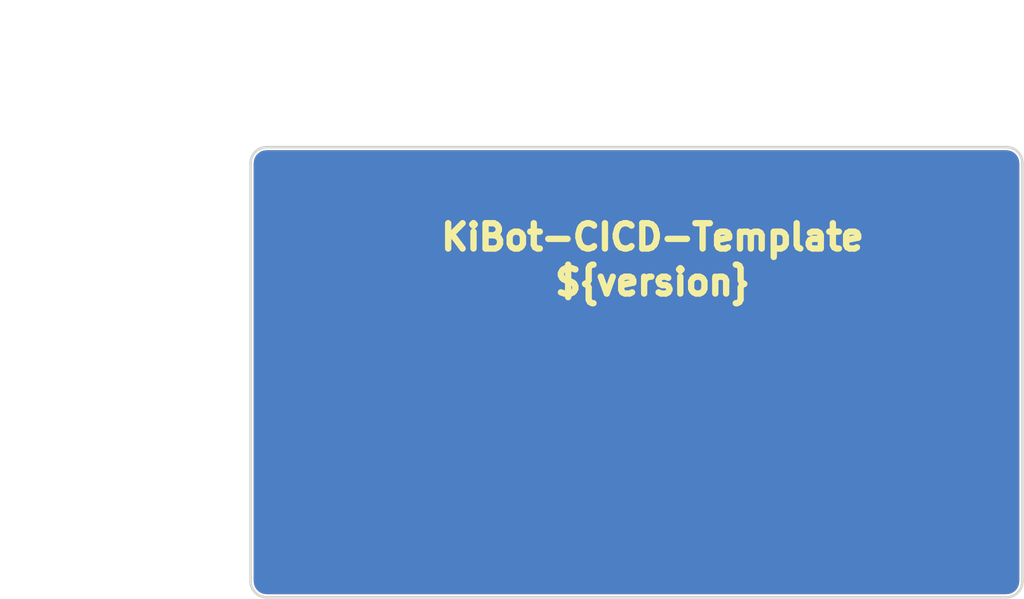
<source format=kicad_pcb>
(kicad_pcb (version 20211014) (generator pcbnew)

  (general
    (thickness 1.6)
  )

  (paper "A4")
  (title_block
    (title "KiBot-CICD-Template")
    (date "${date}")
    (rev "${version}")
    (company "Bootstrap Ltd")
    (comment 4 "CERN Open Hardware Licence v2.0")
  )

  (layers
    (0 "F.Cu" mixed)
    (31 "B.Cu" mixed)
    (32 "B.Adhes" user "B.Adhesive")
    (33 "F.Adhes" user "F.Adhesive")
    (34 "B.Paste" user)
    (35 "F.Paste" user)
    (36 "B.SilkS" user "B.Silkscreen")
    (37 "F.SilkS" user "F.Silkscreen")
    (38 "B.Mask" user)
    (39 "F.Mask" user)
    (40 "Dwgs.User" user "User.Drawings")
    (41 "Cmts.User" user "User.Comments")
    (42 "Eco1.User" user "User.Eco1")
    (43 "Eco2.User" user "User.Eco2")
    (44 "Edge.Cuts" user)
    (45 "Margin" user)
    (46 "B.CrtYd" user "B.Courtyard")
    (47 "F.CrtYd" user "F.Courtyard")
    (48 "B.Fab" user)
    (49 "F.Fab" user)
    (50 "User.1" user)
    (51 "User.2" user)
    (52 "User.3" user)
    (53 "User.4" user)
    (54 "User.5" user)
    (55 "User.6" user)
    (56 "User.7" user)
    (57 "User.8" user)
    (58 "User.9" user)
  )

  (setup
    (stackup
      (layer "F.SilkS" (type "Top Silk Screen") (color "White"))
      (layer "F.Paste" (type "Top Solder Paste"))
      (layer "F.Mask" (type "Top Solder Mask") (color "Green") (thickness 0.01))
      (layer "F.Cu" (type "copper") (thickness 0.035))
      (layer "dielectric 1" (type "core") (thickness 1.51) (material "FR4") (epsilon_r 4.5) (loss_tangent 0.02))
      (layer "B.Cu" (type "copper") (thickness 0.035))
      (layer "B.Mask" (type "Bottom Solder Mask") (color "Green") (thickness 0.01))
      (layer "B.Paste" (type "Bottom Solder Paste"))
      (layer "B.SilkS" (type "Bottom Silk Screen") (color "White"))
      (copper_finish "ENIG")
      (dielectric_constraints no)
    )
    (pad_to_mask_clearance 0.05)
    (solder_mask_min_width 0.254)
    (aux_axis_origin 137.16 104.14)
    (grid_origin 137.16 104.14)
    (pcbplotparams
      (layerselection 0x00010fc_ffffffff)
      (disableapertmacros false)
      (usegerberextensions false)
      (usegerberattributes false)
      (usegerberadvancedattributes false)
      (creategerberjobfile false)
      (svguseinch false)
      (svgprecision 6)
      (excludeedgelayer true)
      (plotframeref false)
      (viasonmask false)
      (mode 1)
      (useauxorigin false)
      (hpglpennumber 1)
      (hpglpenspeed 20)
      (hpglpendiameter 15.000000)
      (dxfpolygonmode true)
      (dxfimperialunits true)
      (dxfusepcbnewfont true)
      (psnegative false)
      (psa4output false)
      (plotreference true)
      (plotvalue true)
      (plotinvisibletext false)
      (sketchpadsonfab false)
      (subtractmaskfromsilk false)
      (outputformat 1)
      (mirror false)
      (drillshape 0)
      (scaleselection 1)
      (outputdirectory "gerbers")
    )
  )

  (property "Variable" "")

  (net 0 "")

  (gr_arc (start 137.794999 104.139999) (mid 137.609012 104.589012) (end 137.159999 104.774999) (layer "Edge.Cuts") (width 0.1) (tstamp 00000000-0000-0000-0000-00005e4043c3))
  (gr_arc (start 137.159999 86.994999) (mid 137.609012 87.180986) (end 137.794999 87.629999) (layer "Edge.Cuts") (width 0.1) (tstamp 00000000-0000-0000-0000-00005e4043c6))
  (gr_arc (start 107.314999 87.629999) (mid 107.500986 87.180986) (end 107.949999 86.994999) (layer "Edge.Cuts") (width 0.1) (tstamp 00000000-0000-0000-0000-00005e4043c9))
  (gr_line (start 137.794999 104.139999) (end 137.794999 87.629999) (layer "Edge.Cuts") (width 0.1) (tstamp 00000000-0000-0000-0000-00005e4046f6))
  (gr_line (start 107.314999 87.629999) (end 107.314999 104.139999) (layer "Edge.Cuts") (width 0.1) (tstamp 00000000-0000-0000-0000-00005e404768))
  (gr_arc (start 107.949999 104.774999) (mid 107.500986 104.589012) (end 107.314999 104.139999) (layer "Edge.Cuts") (width 0.1) (tstamp 00000000-0000-0000-0000-00005e4048f9))
  (gr_line (start 137.159999 104.774999) (end 107.949999 104.774999) (layer "Edge.Cuts") (width 0.1) (tstamp 00000000-0000-0000-0000-00005e750007))
  (gr_line (start 107.949999 86.994999) (end 137.159999 86.994999) (layer "Edge.Cuts") (width 0.1) (tstamp 00000000-0000-0000-0000-00005e750586))
  (gr_text "${version}" (at 123.189999 92.328999) (layer "F.SilkS") (tstamp 00000000-0000-0000-0000-0000604c9ab3)
    (effects (font (size 1 1) (thickness 0.25)))
  )
  (gr_text "KiBot-CICD-Template" (at 123.189999 90.550999) (layer "F.SilkS") (tstamp 00000000-0000-0000-0000-000061a68596)
    (effects (font (size 1 1) (thickness 0.25)))
  )
  (dimension (type aligned) (layer "Dwgs.User") (tstamp 97fe2a5c-4eee-4c7a-9c43-47749b396494)
    (pts (xy 108.584999 86.994999) (xy 108.584999 104.774999))
    (height 5.08)
    (gr_text "17.7800 mm" (at 102.354999 95.884999 90) (layer "Dwgs.User") (tstamp 97fe2a5c-4eee-4c7a-9c43-47749b396494)
      (effects (font (size 1 1) (thickness 0.15)))
    )
    (format (units 2) (units_format 1) (precision 4))
    (style (thickness 0.15) (arrow_length 1.27) (text_position_mode 0) (extension_height 0.58642) (extension_offset 0) keep_text_aligned)
  )
  (dimension (type aligned) (layer "Dwgs.User") (tstamp c3c499b1-9227-4e4b-9982-f9f1aa6203b9)
    (pts (xy 107.314999 88.264999) (xy 137.794999 88.264999))
    (height -5.08)
    (gr_text "30.4800 mm" (at 122.554999 82.034999) (layer "Dwgs.User") (tstamp c3c499b1-9227-4e4b-9982-f9f1aa6203b9)
      (effects (font (size 1 1) (thickness 0.15)))
    )
    (format (units 2) (units_format 1) (precision 4))
    (style (thickness 0.15) (arrow_length 1.27) (text_position_mode 0) (extension_height 0.58642) (extension_offset 0) keep_text_aligned)
  )

  (zone (net 0) (net_name "") (layer "F.Cu") (tstamp 00000000-0000-0000-0000-0000604fd022) (hatch edge 0.508)
    (connect_pads (clearance 0.125))
    (min_thickness 0.125) (filled_areas_thickness no)
    (fill yes (thermal_gap 0.2) (thermal_bridge_width 0.3))
    (polygon
      (pts
        (xy 107.314999 86.994999)
        (xy 107.314999 104.774999)
        (xy 137.794999 104.774999)
        (xy 137.794999 86.994999)
      )
    )
    (filled_polygon
      (layer "F.Cu")
      (island)
      (pts
        (xy 137.151362 87.122095)
        (xy 137.152176 87.122313)
        (xy 137.152177 87.122313)
        (xy 137.159999 87.124409)
        (xy 137.16782 87.122313)
        (xy 137.175919 87.122313)
        (xy 137.175919 87.123152)
        (xy 137.18315 87.122607)
        (xy 137.260062 87.131274)
        (xy 137.266598 87.13201)
        (xy 137.280024 87.135074)
        (xy 137.374738 87.168216)
        (xy 137.387146 87.174191)
        (xy 137.472113 87.227579)
        (xy 137.48288 87.236166)
        (xy 137.553832 87.307118)
        (xy 137.562419 87.317885)
        (xy 137.615807 87.402852)
        (xy 137.621782 87.41526)
        (xy 137.654924 87.509974)
        (xy 137.657988 87.5234)
        (xy 137.667391 87.606847)
        (xy 137.666846 87.614079)
        (xy 137.667685 87.614079)
        (xy 137.667685 87.622178)
        (xy 137.665589 87.629999)
        (xy 137.667685 87.637821)
        (xy 137.667685 87.637822)
        (xy 137.667903 87.638636)
        (xy 137.669999 87.654553)
        (xy 137.669999 104.115445)
        (xy 137.667903 104.131362)
        (xy 137.665589 104.139999)
        (xy 137.667685 104.14782)
        (xy 137.667685 104.155919)
        (xy 137.666846 104.155919)
        (xy 137.667391 104.163151)
        (xy 137.657988 104.246598)
        (xy 137.654924 104.260024)
        (xy 137.621782 104.354738)
        (xy 137.615807 104.367146)
        (xy 137.562419 104.452113)
        (xy 137.553832 104.46288)
        (xy 137.48288 104.533832)
        (xy 137.472113 104.542419)
        (xy 137.387146 104.595807)
        (xy 137.374738 104.601782)
        (xy 137.280024 104.634924)
        (xy 137.266598 104.637988)
        (xy 137.18315 104.647391)
        (xy 137.175919 104.646846)
        (xy 137.175919 104.647685)
        (xy 137.16782 104.647685)
        (xy 137.159999 104.645589)
        (xy 137.152177 104.647685)
        (xy 137.152176 104.647685)
        (xy 137.151362 104.647903)
        (xy 137.135445 104.649999)
        (xy 107.974553 104.649999)
        (xy 107.958636 104.647903)
        (xy 107.957822 104.647685)
        (xy 107.957821 104.647685)
        (xy 107.949999 104.645589)
        (xy 107.942178 104.647685)
        (xy 107.934079 104.647685)
        (xy 107.934079 104.646846)
        (xy 107.926848 104.647391)
        (xy 107.8434 104.637988)
        (xy 107.829974 104.634924)
        (xy 107.73526 104.601782)
        (xy 107.722852 104.595807)
        (xy 107.637885 104.542419)
        (xy 107.627118 104.533832)
        (xy 107.556166 104.46288)
        (xy 107.547579 104.452113)
        (xy 107.494191 104.367146)
        (xy 107.488216 104.354738)
        (xy 107.455074 104.260024)
        (xy 107.45201 104.246598)
        (xy 107.442607 104.163151)
        (xy 107.443152 104.155919)
        (xy 107.442313 104.155919)
        (xy 107.442313 104.14782)
        (xy 107.444409 104.139999)
        (xy 107.442095 104.131362)
        (xy 107.439999 104.115445)
        (xy 107.439999 87.654553)
        (xy 107.442095 87.638636)
        (xy 107.442313 87.637822)
        (xy 107.442313 87.637821)
        (xy 107.444409 87.629999)
        (xy 107.442313 87.622178)
        (xy 107.442313 87.614079)
        (xy 107.443152 87.614079)
        (xy 107.442607 87.606847)
        (xy 107.45201 87.5234)
        (xy 107.455074 87.509974)
        (xy 107.488216 87.41526)
        (xy 107.494191 87.402852)
        (xy 107.547579 87.317885)
        (xy 107.556166 87.307118)
        (xy 107.627118 87.236166)
        (xy 107.637885 87.227579)
        (xy 107.722852 87.174191)
        (xy 107.73526 87.168216)
        (xy 107.829974 87.135074)
        (xy 107.8434 87.13201)
        (xy 107.849936 87.131274)
        (xy 107.926848 87.122607)
        (xy 107.934079 87.123152)
        (xy 107.934079 87.122313)
        (xy 107.942178 87.122313)
        (xy 107.949999 87.124409)
        (xy 107.957821 87.122313)
        (xy 107.957822 87.122313)
        (xy 107.958636 87.122095)
        (xy 107.974553 87.119999)
        (xy 137.135445 87.119999)
      )
    )
  )
  (zone (net 0) (net_name "") (layer "In1.Cu") (tstamp 443bc73a-8dc0-4e2f-a292-a5eff00efa5b) (hatch edge 0.508)
    (connect_pads (clearance 0.125))
    (min_thickness 0.254) (filled_areas_thickness no)
    (fill yes (thermal_gap 0.508) (thermal_bridge_width 0.508))
    (polygon
      (pts
        (xy 107.314999 86.994999)
        (xy 137.794999 86.994999)
        (xy 137.794999 104.774999)
        (xy 107.314999 104.774999)
      )
    )
    (filled_polygon
      (layer "In1.Cu")
      (island)
      (pts
        (xy 137.127835 87.120115)
        (xy 137.143974 87.120115)
        (xy 137.159999 87.124409)
        (xy 137.16635 87.122707)
        (xy 137.171265 87.12415)
        (xy 137.171586 87.121304)
        (xy 137.196843 87.12415)
        (xy 137.259381 87.131197)
        (xy 137.286887 87.137476)
        (xy 137.367879 87.165816)
        (xy 137.3933 87.178058)
        (xy 137.46596 87.223713)
        (xy 137.488019 87.241305)
        (xy 137.548693 87.301979)
        (xy 137.566285 87.324038)
        (xy 137.61194 87.396698)
        (xy 137.624182 87.422119)
        (xy 137.652522 87.503111)
        (xy 137.658801 87.530617)
        (xy 137.668694 87.618412)
        (xy 137.666063 87.618708)
        (xy 137.667361 87.623387)
        (xy 137.665589 87.629999)
        (xy 137.669883 87.646024)
        (xy 137.669883 87.662163)
        (xy 137.669999 87.663044)
        (xy 137.669999 104.106954)
        (xy 137.669883 104.107835)
        (xy 137.669883 104.123974)
        (xy 137.665589 104.139999)
        (xy 137.667291 104.14635)
        (xy 137.665848 104.151265)
        (xy 137.668694 104.151586)
        (xy 137.658801 104.239381)
        (xy 137.652522 104.266887)
        (xy 137.624182 104.347879)
        (xy 137.61194 104.3733)
        (xy 137.566285 104.44596)
        (xy 137.548693 104.468019)
        (xy 137.488019 104.528693)
        (xy 137.46596 104.546285)
        (xy 137.3933 104.59194)
        (xy 137.367879 104.604182)
        (xy 137.286887 104.632522)
        (xy 137.259381 104.638801)
        (xy 137.200797 104.645402)
        (xy 137.171586 104.648694)
        (xy 137.17129 104.646063)
        (xy 137.166611 104.647361)
        (xy 137.159999 104.645589)
        (xy 137.143974 104.649883)
        (xy 137.127835 104.649883)
        (xy 137.126954 104.649999)
        (xy 107.983044 104.649999)
        (xy 107.982163 104.649883)
        (xy 107.966024 104.649883)
        (xy 107.949999 104.645589)
        (xy 107.943648 104.647291)
        (xy 107.938733 104.645848)
        (xy 107.938412 104.648694)
        (xy 107.909201 104.645402)
        (xy 107.850617 104.638801)
        (xy 107.823111 104.632522)
        (xy 107.742119 104.604182)
        (xy 107.716698 104.59194)
        (xy 107.644038 104.546285)
        (xy 107.621979 104.528693)
        (xy 107.561305 104.468019)
        (xy 107.543713 104.44596)
        (xy 107.498058 104.3733)
        (xy 107.485816 104.347879)
        (xy 107.457476 104.266887)
        (xy 107.451197 104.239381)
        (xy 107.441304 104.151586)
        (xy 107.443935 104.15129)
        (xy 107.442637 104.146611)
        (xy 107.444409 104.139999)
        (xy 107.440115 104.123974)
        (xy 107.440115 104.107835)
        (xy 107.439999 104.106954)
        (xy 107.439999 87.663044)
        (xy 107.440115 87.662163)
        (xy 107.440115 87.646024)
        (xy 107.444409 87.629999)
        (xy 107.442707 87.623648)
        (xy 107.44415 87.618733)
        (xy 107.441304 87.618412)
        (xy 107.451197 87.530617)
        (xy 107.457476 87.503111)
        (xy 107.485816 87.422119)
        (xy 107.498058 87.396698)
        (xy 107.543713 87.324038)
        (xy 107.561305 87.301979)
        (xy 107.621979 87.241305)
        (xy 107.644038 87.223713)
        (xy 107.716698 87.178058)
        (xy 107.742119 87.165816)
        (xy 107.823111 87.137476)
        (xy 107.850617 87.131197)
        (xy 107.913155 87.12415)
        (xy 107.938412 87.121304)
        (xy 107.938708 87.123935)
        (xy 107.943387 87.122637)
        (xy 107.949999 87.124409)
        (xy 107.966024 87.120115)
        (xy 107.982163 87.120115)
        (xy 107.983044 87.119999)
        (xy 137.126954 87.119999)
      )
    )
  )
  (zone (net 0) (net_name "") (layer "In2.Cu") (tstamp a25b7e01-1754-4cc9-8a14-3d9c461e5af5) (hatch edge 0.508)
    (connect_pads (clearance 0.125))
    (min_thickness 0.254) (filled_areas_thickness no)
    (fill yes (thermal_gap 0.508) (thermal_bridge_width 0.508))
    (polygon
      (pts
        (xy 107.314999 86.994999)
        (xy 137.794999 86.994999)
        (xy 137.794999 104.774999)
        (xy 107.314999 104.774999)
      )
    )
    (filled_polygon
      (layer "In2.Cu")
      (island)
      (pts
        (xy 137.127835 87.120115)
        (xy 137.143974 87.120115)
        (xy 137.159999 87.124409)
        (xy 137.16635 87.122707)
        (xy 137.171265 87.12415)
        (xy 137.171586 87.121304)
        (xy 137.196843 87.12415)
        (xy 137.259381 87.131197)
        (xy 137.286887 87.137476)
        (xy 137.367879 87.165816)
        (xy 137.3933 87.178058)
        (xy 137.46596 87.223713)
        (xy 137.488019 87.241305)
        (xy 137.548693 87.301979)
        (xy 137.566285 87.324038)
        (xy 137.61194 87.396698)
        (xy 137.624182 87.422119)
        (xy 137.652522 87.503111)
        (xy 137.658801 87.530617)
        (xy 137.668694 87.618412)
        (xy 137.666063 87.618708)
        (xy 137.667361 87.623387)
        (xy 137.665589 87.629999)
        (xy 137.669883 87.646024)
        (xy 137.669883 87.662163)
        (xy 137.669999 87.663044)
        (xy 137.669999 104.106954)
        (xy 137.669883 104.107835)
        (xy 137.669883 104.123974)
        (xy 137.665589 104.139999)
        (xy 137.667291 104.14635)
        (xy 137.665848 104.151265)
        (xy 137.668694 104.151586)
        (xy 137.658801 104.239381)
        (xy 137.652522 104.266887)
        (xy 137.624182 104.347879)
        (xy 137.61194 104.3733)
        (xy 137.566285 104.44596)
        (xy 137.548693 104.468019)
        (xy 137.488019 104.528693)
        (xy 137.46596 104.546285)
        (xy 137.3933 104.59194)
        (xy 137.367879 104.604182)
        (xy 137.286887 104.632522)
        (xy 137.259381 104.638801)
        (xy 137.200797 104.645402)
        (xy 137.171586 104.648694)
        (xy 137.17129 104.646063)
        (xy 137.166611 104.647361)
        (xy 137.159999 104.645589)
        (xy 137.143974 104.649883)
        (xy 137.127835 104.649883)
        (xy 137.126954 104.649999)
        (xy 107.983044 104.649999)
        (xy 107.982163 104.649883)
        (xy 107.966024 104.649883)
        (xy 107.949999 104.645589)
        (xy 107.943648 104.647291)
        (xy 107.938733 104.645848)
        (xy 107.938412 104.648694)
        (xy 107.909201 104.645402)
        (xy 107.850617 104.638801)
        (xy 107.823111 104.632522)
        (xy 107.742119 104.604182)
        (xy 107.716698 104.59194)
        (xy 107.644038 104.546285)
        (xy 107.621979 104.528693)
        (xy 107.561305 104.468019)
        (xy 107.543713 104.44596)
        (xy 107.498058 104.3733)
        (xy 107.485816 104.347879)
        (xy 107.457476 104.266887)
        (xy 107.451197 104.239381)
        (xy 107.441304 104.151586)
        (xy 107.443935 104.15129)
        (xy 107.442637 104.146611)
        (xy 107.444409 104.139999)
        (xy 107.440115 104.123974)
        (xy 107.440115 104.107835)
        (xy 107.439999 104.106954)
        (xy 107.439999 87.663044)
        (xy 107.440115 87.662163)
        (xy 107.440115 87.646024)
        (xy 107.444409 87.629999)
        (xy 107.442707 87.623648)
        (xy 107.44415 87.618733)
        (xy 107.441304 87.618412)
        (xy 107.451197 87.530617)
        (xy 107.457476 87.503111)
        (xy 107.485816 87.422119)
        (xy 107.498058 87.396698)
        (xy 107.543713 87.324038)
        (xy 107.561305 87.301979)
        (xy 107.621979 87.241305)
        (xy 107.644038 87.223713)
        (xy 107.716698 87.178058)
        (xy 107.742119 87.165816)
        (xy 107.823111 87.137476)
        (xy 107.850617 87.131197)
        (xy 107.913155 87.12415)
        (xy 107.938412 87.121304)
        (xy 107.938708 87.123935)
        (xy 107.943387 87.122637)
        (xy 107.949999 87.124409)
        (xy 107.966024 87.120115)
        (xy 107.982163 87.120115)
        (xy 107.983044 87.119999)
        (xy 137.126954 87.119999)
      )
    )
  )
  (zone (net 0) (net_name "") (layer "B.Cu") (tstamp 00000000-0000-0000-0000-0000604fd025) (hatch edge 0.508)
    (connect_pads (clearance 0.125))
    (min_thickness 0.125) (filled_areas_thickness no)
    (fill yes (thermal_gap 0.2) (thermal_bridge_width 0.3))
    (polygon
      (pts
        (xy 107.314999 86.994999)
        (xy 107.314999 104.774999)
        (xy 137.794999 104.774999)
        (xy 137.794999 86.994999)
      )
    )
    (filled_polygon
      (layer "B.Cu")
      (island)
      (pts
        (xy 137.151362 87.122095)
        (xy 137.152176 87.122313)
        (xy 137.152177 87.122313)
        (xy 137.159999 87.124409)
        (xy 137.16782 87.122313)
        (xy 137.175919 87.122313)
        (xy 137.175919 87.123152)
        (xy 137.18315 87.122607)
        (xy 137.260062 87.131274)
        (xy 137.266598 87.13201)
        (xy 137.280024 87.135074)
        (xy 137.374738 87.168216)
        (xy 137.387146 87.174191)
        (xy 137.472113 87.227579)
        (xy 137.48288 87.236166)
        (xy 137.553832 87.307118)
        (xy 137.562419 87.317885)
        (xy 137.615807 87.402852)
        (xy 137.621782 87.41526)
        (xy 137.654924 87.509974)
        (xy 137.657988 87.5234)
        (xy 137.667391 87.606847)
        (xy 137.666846 87.614079)
        (xy 137.667685 87.614079)
        (xy 137.667685 87.622178)
        (xy 137.665589 87.629999)
        (xy 137.667685 87.637821)
        (xy 137.667685 87.637822)
        (xy 137.667903 87.638636)
        (xy 137.669999 87.654553)
        (xy 137.669999 104.115445)
        (xy 137.667903 104.131362)
        (xy 137.665589 104.139999)
        (xy 137.667685 104.14782)
        (xy 137.667685 104.155919)
        (xy 137.666846 104.155919)
        (xy 137.667391 104.163151)
        (xy 137.657988 104.246598)
        (xy 137.654924 104.260024)
        (xy 137.621782 104.354738)
        (xy 137.615807 104.367146)
        (xy 137.562419 104.452113)
        (xy 137.553832 104.46288)
        (xy 137.48288 104.533832)
        (xy 137.472113 104.542419)
        (xy 137.387146 104.595807)
        (xy 137.374738 104.601782)
        (xy 137.280024 104.634924)
        (xy 137.266598 104.637988)
        (xy 137.18315 104.647391)
        (xy 137.175919 104.646846)
        (xy 137.175919 104.647685)
        (xy 137.16782 104.647685)
        (xy 137.159999 104.645589)
        (xy 137.152177 104.647685)
        (xy 137.152176 104.647685)
        (xy 137.151362 104.647903)
        (xy 137.135445 104.649999)
        (xy 107.974553 104.649999)
        (xy 107.958636 104.647903)
        (xy 107.957822 104.647685)
        (xy 107.957821 104.647685)
        (xy 107.949999 104.645589)
        (xy 107.942178 104.647685)
        (xy 107.934079 104.647685)
        (xy 107.934079 104.646846)
        (xy 107.926848 104.647391)
        (xy 107.8434 104.637988)
        (xy 107.829974 104.634924)
        (xy 107.73526 104.601782)
        (xy 107.722852 104.595807)
        (xy 107.637885 104.542419)
        (xy 107.627118 104.533832)
        (xy 107.556166 104.46288)
        (xy 107.547579 104.452113)
        (xy 107.494191 104.367146)
        (xy 107.488216 104.354738)
        (xy 107.455074 104.260024)
        (xy 107.45201 104.246598)
        (xy 107.442607 104.163151)
        (xy 107.443152 104.155919)
        (xy 107.442313 104.155919)
        (xy 107.442313 104.14782)
        (xy 107.444409 104.139999)
        (xy 107.442095 104.131362)
        (xy 107.439999 104.115445)
        (xy 107.439999 87.654553)
        (xy 107.442095 87.638636)
        (xy 107.442313 87.637822)
        (xy 107.442313 87.637821)
        (xy 107.444409 87.629999)
        (xy 107.442313 87.622178)
        (xy 107.442313 87.614079)
        (xy 107.443152 87.614079)
        (xy 107.442607 87.606847)
        (xy 107.45201 87.5234)
        (xy 107.455074 87.509974)
        (xy 107.488216 87.41526)
        (xy 107.494191 87.402852)
        (xy 107.547579 87.317885)
        (xy 107.556166 87.307118)
        (xy 107.627118 87.236166)
        (xy 107.637885 87.227579)
        (xy 107.722852 87.174191)
        (xy 107.73526 87.168216)
        (xy 107.829974 87.135074)
        (xy 107.8434 87.13201)
        (xy 107.849936 87.131274)
        (xy 107.926848 87.122607)
        (xy 107.934079 87.123152)
        (xy 107.934079 87.122313)
        (xy 107.942178 87.122313)
        (xy 107.949999 87.124409)
        (xy 107.957821 87.122313)
        (xy 107.957822 87.122313)
        (xy 107.958636 87.122095)
        (xy 107.974553 87.119999)
        (xy 137.135445 87.119999)
      )
    )
  )
)

</source>
